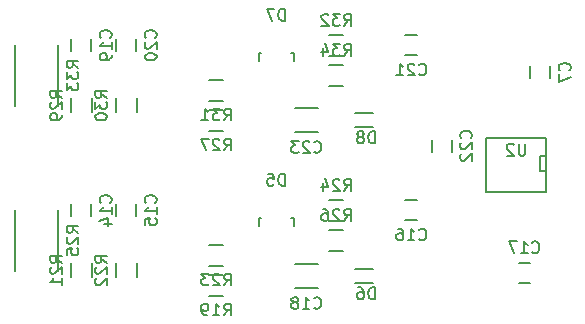
<source format=gbo>
G04 #@! TF.FileFunction,Legend,Bot*
%FSLAX46Y46*%
G04 Gerber Fmt 4.6, Leading zero omitted, Abs format (unit mm)*
G04 Created by KiCad (PCBNEW 4.0.7) date Sat Jan  5 20:39:28 2019*
%MOMM*%
%LPD*%
G01*
G04 APERTURE LIST*
%ADD10C,0.100000*%
%ADD11C,0.150000*%
G04 APERTURE END LIST*
D10*
D11*
X74947000Y-29029000D02*
X74947000Y-30029000D01*
X73247000Y-30029000D02*
X73247000Y-29029000D01*
X66600000Y-35250000D02*
X66600000Y-36250000D01*
X64900000Y-36250000D02*
X64900000Y-35250000D01*
X72250000Y-45650000D02*
X73250000Y-45650000D01*
X73250000Y-47350000D02*
X72250000Y-47350000D01*
X36085000Y-40713000D02*
X36085000Y-41713000D01*
X34385000Y-41713000D02*
X34385000Y-40713000D01*
X39895000Y-40713000D02*
X39895000Y-41713000D01*
X38195000Y-41713000D02*
X38195000Y-40713000D01*
X63675000Y-42063000D02*
X62675000Y-42063000D01*
X62675000Y-40363000D02*
X63675000Y-40363000D01*
X55285000Y-47826000D02*
X53285000Y-47826000D01*
X53285000Y-45776000D02*
X55285000Y-45776000D01*
X36085000Y-26743000D02*
X36085000Y-27743000D01*
X34385000Y-27743000D02*
X34385000Y-26743000D01*
X39895000Y-26743000D02*
X39895000Y-27743000D01*
X38195000Y-27743000D02*
X38195000Y-26743000D01*
X63675000Y-28093000D02*
X62675000Y-28093000D01*
X62675000Y-26393000D02*
X63675000Y-26393000D01*
X55285000Y-34618000D02*
X53285000Y-34618000D01*
X53285000Y-32568000D02*
X55285000Y-32568000D01*
X53244820Y-42533800D02*
X53244820Y-41832760D01*
X53244820Y-41832760D02*
X52995900Y-41832760D01*
X50445840Y-41832760D02*
X50245180Y-41832760D01*
X50245180Y-41832760D02*
X50245180Y-42533800D01*
X59965000Y-47401000D02*
X58365000Y-47401000D01*
X59965000Y-46201000D02*
X58365000Y-46201000D01*
X53244820Y-28563800D02*
X53244820Y-27862760D01*
X53244820Y-27862760D02*
X52995900Y-27862760D01*
X50445840Y-27862760D02*
X50245180Y-27862760D01*
X50245180Y-27862760D02*
X50245180Y-28563800D01*
X59965000Y-34193000D02*
X58365000Y-34193000D01*
X59965000Y-32993000D02*
X58365000Y-32993000D01*
X47265000Y-46688000D02*
X46065000Y-46688000D01*
X46065000Y-48438000D02*
X47265000Y-48438000D01*
X36110000Y-46893000D02*
X36110000Y-45693000D01*
X34360000Y-45693000D02*
X34360000Y-46893000D01*
X39920000Y-46893000D02*
X39920000Y-45693000D01*
X38170000Y-45693000D02*
X38170000Y-46893000D01*
X47265000Y-44148000D02*
X46065000Y-44148000D01*
X46065000Y-45898000D02*
X47265000Y-45898000D01*
X56225000Y-42088000D02*
X57425000Y-42088000D01*
X57425000Y-40338000D02*
X56225000Y-40338000D01*
X29600000Y-41153000D02*
X29600000Y-46353000D01*
X33250000Y-46353000D02*
X33250000Y-41153000D01*
X56225000Y-44628000D02*
X57425000Y-44628000D01*
X57425000Y-42878000D02*
X56225000Y-42878000D01*
X47265000Y-32718000D02*
X46065000Y-32718000D01*
X46065000Y-34468000D02*
X47265000Y-34468000D01*
X36110000Y-32923000D02*
X36110000Y-31723000D01*
X34360000Y-31723000D02*
X34360000Y-32923000D01*
X39920000Y-32923000D02*
X39920000Y-31723000D01*
X38170000Y-31723000D02*
X38170000Y-32923000D01*
X47265000Y-30178000D02*
X46065000Y-30178000D01*
X46065000Y-31928000D02*
X47265000Y-31928000D01*
X56225000Y-28118000D02*
X57425000Y-28118000D01*
X57425000Y-26368000D02*
X56225000Y-26368000D01*
X29600000Y-27183000D02*
X29600000Y-32383000D01*
X33250000Y-32383000D02*
X33250000Y-27183000D01*
X56225000Y-30658000D02*
X57425000Y-30658000D01*
X57425000Y-28908000D02*
X56225000Y-28908000D01*
X74605000Y-35117000D02*
X69525000Y-35117000D01*
X69525000Y-35117000D02*
X69525000Y-39689000D01*
X69525000Y-39689000D02*
X74605000Y-39689000D01*
X74605000Y-39689000D02*
X74605000Y-35117000D01*
X74605000Y-36641000D02*
X74097000Y-36641000D01*
X74097000Y-36641000D02*
X74097000Y-37911000D01*
X74097000Y-37911000D02*
X74605000Y-37911000D01*
X76554143Y-29362334D02*
X76601762Y-29314715D01*
X76649381Y-29171858D01*
X76649381Y-29076620D01*
X76601762Y-28933762D01*
X76506524Y-28838524D01*
X76411286Y-28790905D01*
X76220810Y-28743286D01*
X76077952Y-28743286D01*
X75887476Y-28790905D01*
X75792238Y-28838524D01*
X75697000Y-28933762D01*
X75649381Y-29076620D01*
X75649381Y-29171858D01*
X75697000Y-29314715D01*
X75744619Y-29362334D01*
X75649381Y-29695667D02*
X75649381Y-30362334D01*
X76649381Y-29933762D01*
X68207143Y-35107143D02*
X68254762Y-35059524D01*
X68302381Y-34916667D01*
X68302381Y-34821429D01*
X68254762Y-34678571D01*
X68159524Y-34583333D01*
X68064286Y-34535714D01*
X67873810Y-34488095D01*
X67730952Y-34488095D01*
X67540476Y-34535714D01*
X67445238Y-34583333D01*
X67350000Y-34678571D01*
X67302381Y-34821429D01*
X67302381Y-34916667D01*
X67350000Y-35059524D01*
X67397619Y-35107143D01*
X67397619Y-35488095D02*
X67350000Y-35535714D01*
X67302381Y-35630952D01*
X67302381Y-35869048D01*
X67350000Y-35964286D01*
X67397619Y-36011905D01*
X67492857Y-36059524D01*
X67588095Y-36059524D01*
X67730952Y-36011905D01*
X68302381Y-35440476D01*
X68302381Y-36059524D01*
X67397619Y-36440476D02*
X67350000Y-36488095D01*
X67302381Y-36583333D01*
X67302381Y-36821429D01*
X67350000Y-36916667D01*
X67397619Y-36964286D01*
X67492857Y-37011905D01*
X67588095Y-37011905D01*
X67730952Y-36964286D01*
X68302381Y-36392857D01*
X68302381Y-37011905D01*
X73392857Y-44757143D02*
X73440476Y-44804762D01*
X73583333Y-44852381D01*
X73678571Y-44852381D01*
X73821429Y-44804762D01*
X73916667Y-44709524D01*
X73964286Y-44614286D01*
X74011905Y-44423810D01*
X74011905Y-44280952D01*
X73964286Y-44090476D01*
X73916667Y-43995238D01*
X73821429Y-43900000D01*
X73678571Y-43852381D01*
X73583333Y-43852381D01*
X73440476Y-43900000D01*
X73392857Y-43947619D01*
X72440476Y-44852381D02*
X73011905Y-44852381D01*
X72726191Y-44852381D02*
X72726191Y-43852381D01*
X72821429Y-43995238D01*
X72916667Y-44090476D01*
X73011905Y-44138095D01*
X72107143Y-43852381D02*
X71440476Y-43852381D01*
X71869048Y-44852381D01*
X37692143Y-40570143D02*
X37739762Y-40522524D01*
X37787381Y-40379667D01*
X37787381Y-40284429D01*
X37739762Y-40141571D01*
X37644524Y-40046333D01*
X37549286Y-39998714D01*
X37358810Y-39951095D01*
X37215952Y-39951095D01*
X37025476Y-39998714D01*
X36930238Y-40046333D01*
X36835000Y-40141571D01*
X36787381Y-40284429D01*
X36787381Y-40379667D01*
X36835000Y-40522524D01*
X36882619Y-40570143D01*
X37787381Y-41522524D02*
X37787381Y-40951095D01*
X37787381Y-41236809D02*
X36787381Y-41236809D01*
X36930238Y-41141571D01*
X37025476Y-41046333D01*
X37073095Y-40951095D01*
X37120714Y-42379667D02*
X37787381Y-42379667D01*
X36739762Y-42141571D02*
X37454048Y-41903476D01*
X37454048Y-42522524D01*
X41502143Y-40570143D02*
X41549762Y-40522524D01*
X41597381Y-40379667D01*
X41597381Y-40284429D01*
X41549762Y-40141571D01*
X41454524Y-40046333D01*
X41359286Y-39998714D01*
X41168810Y-39951095D01*
X41025952Y-39951095D01*
X40835476Y-39998714D01*
X40740238Y-40046333D01*
X40645000Y-40141571D01*
X40597381Y-40284429D01*
X40597381Y-40379667D01*
X40645000Y-40522524D01*
X40692619Y-40570143D01*
X41597381Y-41522524D02*
X41597381Y-40951095D01*
X41597381Y-41236809D02*
X40597381Y-41236809D01*
X40740238Y-41141571D01*
X40835476Y-41046333D01*
X40883095Y-40951095D01*
X40597381Y-42427286D02*
X40597381Y-41951095D01*
X41073571Y-41903476D01*
X41025952Y-41951095D01*
X40978333Y-42046333D01*
X40978333Y-42284429D01*
X41025952Y-42379667D01*
X41073571Y-42427286D01*
X41168810Y-42474905D01*
X41406905Y-42474905D01*
X41502143Y-42427286D01*
X41549762Y-42379667D01*
X41597381Y-42284429D01*
X41597381Y-42046333D01*
X41549762Y-41951095D01*
X41502143Y-41903476D01*
X63817857Y-43670143D02*
X63865476Y-43717762D01*
X64008333Y-43765381D01*
X64103571Y-43765381D01*
X64246429Y-43717762D01*
X64341667Y-43622524D01*
X64389286Y-43527286D01*
X64436905Y-43336810D01*
X64436905Y-43193952D01*
X64389286Y-43003476D01*
X64341667Y-42908238D01*
X64246429Y-42813000D01*
X64103571Y-42765381D01*
X64008333Y-42765381D01*
X63865476Y-42813000D01*
X63817857Y-42860619D01*
X62865476Y-43765381D02*
X63436905Y-43765381D01*
X63151191Y-43765381D02*
X63151191Y-42765381D01*
X63246429Y-42908238D01*
X63341667Y-43003476D01*
X63436905Y-43051095D01*
X62008333Y-42765381D02*
X62198810Y-42765381D01*
X62294048Y-42813000D01*
X62341667Y-42860619D01*
X62436905Y-43003476D01*
X62484524Y-43193952D01*
X62484524Y-43574905D01*
X62436905Y-43670143D01*
X62389286Y-43717762D01*
X62294048Y-43765381D01*
X62103571Y-43765381D01*
X62008333Y-43717762D01*
X61960714Y-43670143D01*
X61913095Y-43574905D01*
X61913095Y-43336810D01*
X61960714Y-43241571D01*
X62008333Y-43193952D01*
X62103571Y-43146333D01*
X62294048Y-43146333D01*
X62389286Y-43193952D01*
X62436905Y-43241571D01*
X62484524Y-43336810D01*
X54927857Y-49458143D02*
X54975476Y-49505762D01*
X55118333Y-49553381D01*
X55213571Y-49553381D01*
X55356429Y-49505762D01*
X55451667Y-49410524D01*
X55499286Y-49315286D01*
X55546905Y-49124810D01*
X55546905Y-48981952D01*
X55499286Y-48791476D01*
X55451667Y-48696238D01*
X55356429Y-48601000D01*
X55213571Y-48553381D01*
X55118333Y-48553381D01*
X54975476Y-48601000D01*
X54927857Y-48648619D01*
X53975476Y-49553381D02*
X54546905Y-49553381D01*
X54261191Y-49553381D02*
X54261191Y-48553381D01*
X54356429Y-48696238D01*
X54451667Y-48791476D01*
X54546905Y-48839095D01*
X53404048Y-48981952D02*
X53499286Y-48934333D01*
X53546905Y-48886714D01*
X53594524Y-48791476D01*
X53594524Y-48743857D01*
X53546905Y-48648619D01*
X53499286Y-48601000D01*
X53404048Y-48553381D01*
X53213571Y-48553381D01*
X53118333Y-48601000D01*
X53070714Y-48648619D01*
X53023095Y-48743857D01*
X53023095Y-48791476D01*
X53070714Y-48886714D01*
X53118333Y-48934333D01*
X53213571Y-48981952D01*
X53404048Y-48981952D01*
X53499286Y-49029571D01*
X53546905Y-49077190D01*
X53594524Y-49172429D01*
X53594524Y-49362905D01*
X53546905Y-49458143D01*
X53499286Y-49505762D01*
X53404048Y-49553381D01*
X53213571Y-49553381D01*
X53118333Y-49505762D01*
X53070714Y-49458143D01*
X53023095Y-49362905D01*
X53023095Y-49172429D01*
X53070714Y-49077190D01*
X53118333Y-49029571D01*
X53213571Y-48981952D01*
X37692143Y-26600143D02*
X37739762Y-26552524D01*
X37787381Y-26409667D01*
X37787381Y-26314429D01*
X37739762Y-26171571D01*
X37644524Y-26076333D01*
X37549286Y-26028714D01*
X37358810Y-25981095D01*
X37215952Y-25981095D01*
X37025476Y-26028714D01*
X36930238Y-26076333D01*
X36835000Y-26171571D01*
X36787381Y-26314429D01*
X36787381Y-26409667D01*
X36835000Y-26552524D01*
X36882619Y-26600143D01*
X37787381Y-27552524D02*
X37787381Y-26981095D01*
X37787381Y-27266809D02*
X36787381Y-27266809D01*
X36930238Y-27171571D01*
X37025476Y-27076333D01*
X37073095Y-26981095D01*
X37787381Y-28028714D02*
X37787381Y-28219190D01*
X37739762Y-28314429D01*
X37692143Y-28362048D01*
X37549286Y-28457286D01*
X37358810Y-28504905D01*
X36977857Y-28504905D01*
X36882619Y-28457286D01*
X36835000Y-28409667D01*
X36787381Y-28314429D01*
X36787381Y-28123952D01*
X36835000Y-28028714D01*
X36882619Y-27981095D01*
X36977857Y-27933476D01*
X37215952Y-27933476D01*
X37311190Y-27981095D01*
X37358810Y-28028714D01*
X37406429Y-28123952D01*
X37406429Y-28314429D01*
X37358810Y-28409667D01*
X37311190Y-28457286D01*
X37215952Y-28504905D01*
X41502143Y-26600143D02*
X41549762Y-26552524D01*
X41597381Y-26409667D01*
X41597381Y-26314429D01*
X41549762Y-26171571D01*
X41454524Y-26076333D01*
X41359286Y-26028714D01*
X41168810Y-25981095D01*
X41025952Y-25981095D01*
X40835476Y-26028714D01*
X40740238Y-26076333D01*
X40645000Y-26171571D01*
X40597381Y-26314429D01*
X40597381Y-26409667D01*
X40645000Y-26552524D01*
X40692619Y-26600143D01*
X40692619Y-26981095D02*
X40645000Y-27028714D01*
X40597381Y-27123952D01*
X40597381Y-27362048D01*
X40645000Y-27457286D01*
X40692619Y-27504905D01*
X40787857Y-27552524D01*
X40883095Y-27552524D01*
X41025952Y-27504905D01*
X41597381Y-26933476D01*
X41597381Y-27552524D01*
X40597381Y-28171571D02*
X40597381Y-28266810D01*
X40645000Y-28362048D01*
X40692619Y-28409667D01*
X40787857Y-28457286D01*
X40978333Y-28504905D01*
X41216429Y-28504905D01*
X41406905Y-28457286D01*
X41502143Y-28409667D01*
X41549762Y-28362048D01*
X41597381Y-28266810D01*
X41597381Y-28171571D01*
X41549762Y-28076333D01*
X41502143Y-28028714D01*
X41406905Y-27981095D01*
X41216429Y-27933476D01*
X40978333Y-27933476D01*
X40787857Y-27981095D01*
X40692619Y-28028714D01*
X40645000Y-28076333D01*
X40597381Y-28171571D01*
X63817857Y-29700143D02*
X63865476Y-29747762D01*
X64008333Y-29795381D01*
X64103571Y-29795381D01*
X64246429Y-29747762D01*
X64341667Y-29652524D01*
X64389286Y-29557286D01*
X64436905Y-29366810D01*
X64436905Y-29223952D01*
X64389286Y-29033476D01*
X64341667Y-28938238D01*
X64246429Y-28843000D01*
X64103571Y-28795381D01*
X64008333Y-28795381D01*
X63865476Y-28843000D01*
X63817857Y-28890619D01*
X63436905Y-28890619D02*
X63389286Y-28843000D01*
X63294048Y-28795381D01*
X63055952Y-28795381D01*
X62960714Y-28843000D01*
X62913095Y-28890619D01*
X62865476Y-28985857D01*
X62865476Y-29081095D01*
X62913095Y-29223952D01*
X63484524Y-29795381D01*
X62865476Y-29795381D01*
X61913095Y-29795381D02*
X62484524Y-29795381D01*
X62198810Y-29795381D02*
X62198810Y-28795381D01*
X62294048Y-28938238D01*
X62389286Y-29033476D01*
X62484524Y-29081095D01*
X54927857Y-36250143D02*
X54975476Y-36297762D01*
X55118333Y-36345381D01*
X55213571Y-36345381D01*
X55356429Y-36297762D01*
X55451667Y-36202524D01*
X55499286Y-36107286D01*
X55546905Y-35916810D01*
X55546905Y-35773952D01*
X55499286Y-35583476D01*
X55451667Y-35488238D01*
X55356429Y-35393000D01*
X55213571Y-35345381D01*
X55118333Y-35345381D01*
X54975476Y-35393000D01*
X54927857Y-35440619D01*
X54546905Y-35440619D02*
X54499286Y-35393000D01*
X54404048Y-35345381D01*
X54165952Y-35345381D01*
X54070714Y-35393000D01*
X54023095Y-35440619D01*
X53975476Y-35535857D01*
X53975476Y-35631095D01*
X54023095Y-35773952D01*
X54594524Y-36345381D01*
X53975476Y-36345381D01*
X53642143Y-35345381D02*
X53023095Y-35345381D01*
X53356429Y-35726333D01*
X53213571Y-35726333D01*
X53118333Y-35773952D01*
X53070714Y-35821571D01*
X53023095Y-35916810D01*
X53023095Y-36154905D01*
X53070714Y-36250143D01*
X53118333Y-36297762D01*
X53213571Y-36345381D01*
X53499286Y-36345381D01*
X53594524Y-36297762D01*
X53642143Y-36250143D01*
X52483095Y-39125381D02*
X52483095Y-38125381D01*
X52245000Y-38125381D01*
X52102142Y-38173000D01*
X52006904Y-38268238D01*
X51959285Y-38363476D01*
X51911666Y-38553952D01*
X51911666Y-38696810D01*
X51959285Y-38887286D01*
X52006904Y-38982524D01*
X52102142Y-39077762D01*
X52245000Y-39125381D01*
X52483095Y-39125381D01*
X51006904Y-38125381D02*
X51483095Y-38125381D01*
X51530714Y-38601571D01*
X51483095Y-38553952D01*
X51387857Y-38506333D01*
X51149761Y-38506333D01*
X51054523Y-38553952D01*
X51006904Y-38601571D01*
X50959285Y-38696810D01*
X50959285Y-38934905D01*
X51006904Y-39030143D01*
X51054523Y-39077762D01*
X51149761Y-39125381D01*
X51387857Y-39125381D01*
X51483095Y-39077762D01*
X51530714Y-39030143D01*
X60103095Y-48753381D02*
X60103095Y-47753381D01*
X59865000Y-47753381D01*
X59722142Y-47801000D01*
X59626904Y-47896238D01*
X59579285Y-47991476D01*
X59531666Y-48181952D01*
X59531666Y-48324810D01*
X59579285Y-48515286D01*
X59626904Y-48610524D01*
X59722142Y-48705762D01*
X59865000Y-48753381D01*
X60103095Y-48753381D01*
X58674523Y-47753381D02*
X58865000Y-47753381D01*
X58960238Y-47801000D01*
X59007857Y-47848619D01*
X59103095Y-47991476D01*
X59150714Y-48181952D01*
X59150714Y-48562905D01*
X59103095Y-48658143D01*
X59055476Y-48705762D01*
X58960238Y-48753381D01*
X58769761Y-48753381D01*
X58674523Y-48705762D01*
X58626904Y-48658143D01*
X58579285Y-48562905D01*
X58579285Y-48324810D01*
X58626904Y-48229571D01*
X58674523Y-48181952D01*
X58769761Y-48134333D01*
X58960238Y-48134333D01*
X59055476Y-48181952D01*
X59103095Y-48229571D01*
X59150714Y-48324810D01*
X52483095Y-25155381D02*
X52483095Y-24155381D01*
X52245000Y-24155381D01*
X52102142Y-24203000D01*
X52006904Y-24298238D01*
X51959285Y-24393476D01*
X51911666Y-24583952D01*
X51911666Y-24726810D01*
X51959285Y-24917286D01*
X52006904Y-25012524D01*
X52102142Y-25107762D01*
X52245000Y-25155381D01*
X52483095Y-25155381D01*
X51578333Y-24155381D02*
X50911666Y-24155381D01*
X51340238Y-25155381D01*
X60103095Y-35545381D02*
X60103095Y-34545381D01*
X59865000Y-34545381D01*
X59722142Y-34593000D01*
X59626904Y-34688238D01*
X59579285Y-34783476D01*
X59531666Y-34973952D01*
X59531666Y-35116810D01*
X59579285Y-35307286D01*
X59626904Y-35402524D01*
X59722142Y-35497762D01*
X59865000Y-35545381D01*
X60103095Y-35545381D01*
X58960238Y-34973952D02*
X59055476Y-34926333D01*
X59103095Y-34878714D01*
X59150714Y-34783476D01*
X59150714Y-34735857D01*
X59103095Y-34640619D01*
X59055476Y-34593000D01*
X58960238Y-34545381D01*
X58769761Y-34545381D01*
X58674523Y-34593000D01*
X58626904Y-34640619D01*
X58579285Y-34735857D01*
X58579285Y-34783476D01*
X58626904Y-34878714D01*
X58674523Y-34926333D01*
X58769761Y-34973952D01*
X58960238Y-34973952D01*
X59055476Y-35021571D01*
X59103095Y-35069190D01*
X59150714Y-35164429D01*
X59150714Y-35354905D01*
X59103095Y-35450143D01*
X59055476Y-35497762D01*
X58960238Y-35545381D01*
X58769761Y-35545381D01*
X58674523Y-35497762D01*
X58626904Y-35450143D01*
X58579285Y-35354905D01*
X58579285Y-35164429D01*
X58626904Y-35069190D01*
X58674523Y-35021571D01*
X58769761Y-34973952D01*
X47307857Y-50115381D02*
X47641191Y-49639190D01*
X47879286Y-50115381D02*
X47879286Y-49115381D01*
X47498333Y-49115381D01*
X47403095Y-49163000D01*
X47355476Y-49210619D01*
X47307857Y-49305857D01*
X47307857Y-49448714D01*
X47355476Y-49543952D01*
X47403095Y-49591571D01*
X47498333Y-49639190D01*
X47879286Y-49639190D01*
X46355476Y-50115381D02*
X46926905Y-50115381D01*
X46641191Y-50115381D02*
X46641191Y-49115381D01*
X46736429Y-49258238D01*
X46831667Y-49353476D01*
X46926905Y-49401095D01*
X45879286Y-50115381D02*
X45688810Y-50115381D01*
X45593571Y-50067762D01*
X45545952Y-50020143D01*
X45450714Y-49877286D01*
X45403095Y-49686810D01*
X45403095Y-49305857D01*
X45450714Y-49210619D01*
X45498333Y-49163000D01*
X45593571Y-49115381D01*
X45784048Y-49115381D01*
X45879286Y-49163000D01*
X45926905Y-49210619D01*
X45974524Y-49305857D01*
X45974524Y-49543952D01*
X45926905Y-49639190D01*
X45879286Y-49686810D01*
X45784048Y-49734429D01*
X45593571Y-49734429D01*
X45498333Y-49686810D01*
X45450714Y-49639190D01*
X45403095Y-49543952D01*
X33587381Y-45650143D02*
X33111190Y-45316809D01*
X33587381Y-45078714D02*
X32587381Y-45078714D01*
X32587381Y-45459667D01*
X32635000Y-45554905D01*
X32682619Y-45602524D01*
X32777857Y-45650143D01*
X32920714Y-45650143D01*
X33015952Y-45602524D01*
X33063571Y-45554905D01*
X33111190Y-45459667D01*
X33111190Y-45078714D01*
X32682619Y-46031095D02*
X32635000Y-46078714D01*
X32587381Y-46173952D01*
X32587381Y-46412048D01*
X32635000Y-46507286D01*
X32682619Y-46554905D01*
X32777857Y-46602524D01*
X32873095Y-46602524D01*
X33015952Y-46554905D01*
X33587381Y-45983476D01*
X33587381Y-46602524D01*
X33587381Y-47554905D02*
X33587381Y-46983476D01*
X33587381Y-47269190D02*
X32587381Y-47269190D01*
X32730238Y-47173952D01*
X32825476Y-47078714D01*
X32873095Y-46983476D01*
X37397381Y-45650143D02*
X36921190Y-45316809D01*
X37397381Y-45078714D02*
X36397381Y-45078714D01*
X36397381Y-45459667D01*
X36445000Y-45554905D01*
X36492619Y-45602524D01*
X36587857Y-45650143D01*
X36730714Y-45650143D01*
X36825952Y-45602524D01*
X36873571Y-45554905D01*
X36921190Y-45459667D01*
X36921190Y-45078714D01*
X36492619Y-46031095D02*
X36445000Y-46078714D01*
X36397381Y-46173952D01*
X36397381Y-46412048D01*
X36445000Y-46507286D01*
X36492619Y-46554905D01*
X36587857Y-46602524D01*
X36683095Y-46602524D01*
X36825952Y-46554905D01*
X37397381Y-45983476D01*
X37397381Y-46602524D01*
X36492619Y-46983476D02*
X36445000Y-47031095D01*
X36397381Y-47126333D01*
X36397381Y-47364429D01*
X36445000Y-47459667D01*
X36492619Y-47507286D01*
X36587857Y-47554905D01*
X36683095Y-47554905D01*
X36825952Y-47507286D01*
X37397381Y-46935857D01*
X37397381Y-47554905D01*
X47307857Y-47575381D02*
X47641191Y-47099190D01*
X47879286Y-47575381D02*
X47879286Y-46575381D01*
X47498333Y-46575381D01*
X47403095Y-46623000D01*
X47355476Y-46670619D01*
X47307857Y-46765857D01*
X47307857Y-46908714D01*
X47355476Y-47003952D01*
X47403095Y-47051571D01*
X47498333Y-47099190D01*
X47879286Y-47099190D01*
X46926905Y-46670619D02*
X46879286Y-46623000D01*
X46784048Y-46575381D01*
X46545952Y-46575381D01*
X46450714Y-46623000D01*
X46403095Y-46670619D01*
X46355476Y-46765857D01*
X46355476Y-46861095D01*
X46403095Y-47003952D01*
X46974524Y-47575381D01*
X46355476Y-47575381D01*
X46022143Y-46575381D02*
X45403095Y-46575381D01*
X45736429Y-46956333D01*
X45593571Y-46956333D01*
X45498333Y-47003952D01*
X45450714Y-47051571D01*
X45403095Y-47146810D01*
X45403095Y-47384905D01*
X45450714Y-47480143D01*
X45498333Y-47527762D01*
X45593571Y-47575381D01*
X45879286Y-47575381D01*
X45974524Y-47527762D01*
X46022143Y-47480143D01*
X57467857Y-39565381D02*
X57801191Y-39089190D01*
X58039286Y-39565381D02*
X58039286Y-38565381D01*
X57658333Y-38565381D01*
X57563095Y-38613000D01*
X57515476Y-38660619D01*
X57467857Y-38755857D01*
X57467857Y-38898714D01*
X57515476Y-38993952D01*
X57563095Y-39041571D01*
X57658333Y-39089190D01*
X58039286Y-39089190D01*
X57086905Y-38660619D02*
X57039286Y-38613000D01*
X56944048Y-38565381D01*
X56705952Y-38565381D01*
X56610714Y-38613000D01*
X56563095Y-38660619D01*
X56515476Y-38755857D01*
X56515476Y-38851095D01*
X56563095Y-38993952D01*
X57134524Y-39565381D01*
X56515476Y-39565381D01*
X55658333Y-38898714D02*
X55658333Y-39565381D01*
X55896429Y-38517762D02*
X56134524Y-39232048D01*
X55515476Y-39232048D01*
X34977381Y-43110143D02*
X34501190Y-42776809D01*
X34977381Y-42538714D02*
X33977381Y-42538714D01*
X33977381Y-42919667D01*
X34025000Y-43014905D01*
X34072619Y-43062524D01*
X34167857Y-43110143D01*
X34310714Y-43110143D01*
X34405952Y-43062524D01*
X34453571Y-43014905D01*
X34501190Y-42919667D01*
X34501190Y-42538714D01*
X34072619Y-43491095D02*
X34025000Y-43538714D01*
X33977381Y-43633952D01*
X33977381Y-43872048D01*
X34025000Y-43967286D01*
X34072619Y-44014905D01*
X34167857Y-44062524D01*
X34263095Y-44062524D01*
X34405952Y-44014905D01*
X34977381Y-43443476D01*
X34977381Y-44062524D01*
X33977381Y-44967286D02*
X33977381Y-44491095D01*
X34453571Y-44443476D01*
X34405952Y-44491095D01*
X34358333Y-44586333D01*
X34358333Y-44824429D01*
X34405952Y-44919667D01*
X34453571Y-44967286D01*
X34548810Y-45014905D01*
X34786905Y-45014905D01*
X34882143Y-44967286D01*
X34929762Y-44919667D01*
X34977381Y-44824429D01*
X34977381Y-44586333D01*
X34929762Y-44491095D01*
X34882143Y-44443476D01*
X57467857Y-42105381D02*
X57801191Y-41629190D01*
X58039286Y-42105381D02*
X58039286Y-41105381D01*
X57658333Y-41105381D01*
X57563095Y-41153000D01*
X57515476Y-41200619D01*
X57467857Y-41295857D01*
X57467857Y-41438714D01*
X57515476Y-41533952D01*
X57563095Y-41581571D01*
X57658333Y-41629190D01*
X58039286Y-41629190D01*
X57086905Y-41200619D02*
X57039286Y-41153000D01*
X56944048Y-41105381D01*
X56705952Y-41105381D01*
X56610714Y-41153000D01*
X56563095Y-41200619D01*
X56515476Y-41295857D01*
X56515476Y-41391095D01*
X56563095Y-41533952D01*
X57134524Y-42105381D01*
X56515476Y-42105381D01*
X55658333Y-41105381D02*
X55848810Y-41105381D01*
X55944048Y-41153000D01*
X55991667Y-41200619D01*
X56086905Y-41343476D01*
X56134524Y-41533952D01*
X56134524Y-41914905D01*
X56086905Y-42010143D01*
X56039286Y-42057762D01*
X55944048Y-42105381D01*
X55753571Y-42105381D01*
X55658333Y-42057762D01*
X55610714Y-42010143D01*
X55563095Y-41914905D01*
X55563095Y-41676810D01*
X55610714Y-41581571D01*
X55658333Y-41533952D01*
X55753571Y-41486333D01*
X55944048Y-41486333D01*
X56039286Y-41533952D01*
X56086905Y-41581571D01*
X56134524Y-41676810D01*
X47307857Y-36145381D02*
X47641191Y-35669190D01*
X47879286Y-36145381D02*
X47879286Y-35145381D01*
X47498333Y-35145381D01*
X47403095Y-35193000D01*
X47355476Y-35240619D01*
X47307857Y-35335857D01*
X47307857Y-35478714D01*
X47355476Y-35573952D01*
X47403095Y-35621571D01*
X47498333Y-35669190D01*
X47879286Y-35669190D01*
X46926905Y-35240619D02*
X46879286Y-35193000D01*
X46784048Y-35145381D01*
X46545952Y-35145381D01*
X46450714Y-35193000D01*
X46403095Y-35240619D01*
X46355476Y-35335857D01*
X46355476Y-35431095D01*
X46403095Y-35573952D01*
X46974524Y-36145381D01*
X46355476Y-36145381D01*
X46022143Y-35145381D02*
X45355476Y-35145381D01*
X45784048Y-36145381D01*
X33587381Y-31680143D02*
X33111190Y-31346809D01*
X33587381Y-31108714D02*
X32587381Y-31108714D01*
X32587381Y-31489667D01*
X32635000Y-31584905D01*
X32682619Y-31632524D01*
X32777857Y-31680143D01*
X32920714Y-31680143D01*
X33015952Y-31632524D01*
X33063571Y-31584905D01*
X33111190Y-31489667D01*
X33111190Y-31108714D01*
X32682619Y-32061095D02*
X32635000Y-32108714D01*
X32587381Y-32203952D01*
X32587381Y-32442048D01*
X32635000Y-32537286D01*
X32682619Y-32584905D01*
X32777857Y-32632524D01*
X32873095Y-32632524D01*
X33015952Y-32584905D01*
X33587381Y-32013476D01*
X33587381Y-32632524D01*
X33587381Y-33108714D02*
X33587381Y-33299190D01*
X33539762Y-33394429D01*
X33492143Y-33442048D01*
X33349286Y-33537286D01*
X33158810Y-33584905D01*
X32777857Y-33584905D01*
X32682619Y-33537286D01*
X32635000Y-33489667D01*
X32587381Y-33394429D01*
X32587381Y-33203952D01*
X32635000Y-33108714D01*
X32682619Y-33061095D01*
X32777857Y-33013476D01*
X33015952Y-33013476D01*
X33111190Y-33061095D01*
X33158810Y-33108714D01*
X33206429Y-33203952D01*
X33206429Y-33394429D01*
X33158810Y-33489667D01*
X33111190Y-33537286D01*
X33015952Y-33584905D01*
X37397381Y-31680143D02*
X36921190Y-31346809D01*
X37397381Y-31108714D02*
X36397381Y-31108714D01*
X36397381Y-31489667D01*
X36445000Y-31584905D01*
X36492619Y-31632524D01*
X36587857Y-31680143D01*
X36730714Y-31680143D01*
X36825952Y-31632524D01*
X36873571Y-31584905D01*
X36921190Y-31489667D01*
X36921190Y-31108714D01*
X36397381Y-32013476D02*
X36397381Y-32632524D01*
X36778333Y-32299190D01*
X36778333Y-32442048D01*
X36825952Y-32537286D01*
X36873571Y-32584905D01*
X36968810Y-32632524D01*
X37206905Y-32632524D01*
X37302143Y-32584905D01*
X37349762Y-32537286D01*
X37397381Y-32442048D01*
X37397381Y-32156333D01*
X37349762Y-32061095D01*
X37302143Y-32013476D01*
X36397381Y-33251571D02*
X36397381Y-33346810D01*
X36445000Y-33442048D01*
X36492619Y-33489667D01*
X36587857Y-33537286D01*
X36778333Y-33584905D01*
X37016429Y-33584905D01*
X37206905Y-33537286D01*
X37302143Y-33489667D01*
X37349762Y-33442048D01*
X37397381Y-33346810D01*
X37397381Y-33251571D01*
X37349762Y-33156333D01*
X37302143Y-33108714D01*
X37206905Y-33061095D01*
X37016429Y-33013476D01*
X36778333Y-33013476D01*
X36587857Y-33061095D01*
X36492619Y-33108714D01*
X36445000Y-33156333D01*
X36397381Y-33251571D01*
X47307857Y-33605381D02*
X47641191Y-33129190D01*
X47879286Y-33605381D02*
X47879286Y-32605381D01*
X47498333Y-32605381D01*
X47403095Y-32653000D01*
X47355476Y-32700619D01*
X47307857Y-32795857D01*
X47307857Y-32938714D01*
X47355476Y-33033952D01*
X47403095Y-33081571D01*
X47498333Y-33129190D01*
X47879286Y-33129190D01*
X46974524Y-32605381D02*
X46355476Y-32605381D01*
X46688810Y-32986333D01*
X46545952Y-32986333D01*
X46450714Y-33033952D01*
X46403095Y-33081571D01*
X46355476Y-33176810D01*
X46355476Y-33414905D01*
X46403095Y-33510143D01*
X46450714Y-33557762D01*
X46545952Y-33605381D01*
X46831667Y-33605381D01*
X46926905Y-33557762D01*
X46974524Y-33510143D01*
X45403095Y-33605381D02*
X45974524Y-33605381D01*
X45688810Y-33605381D02*
X45688810Y-32605381D01*
X45784048Y-32748238D01*
X45879286Y-32843476D01*
X45974524Y-32891095D01*
X57467857Y-25595381D02*
X57801191Y-25119190D01*
X58039286Y-25595381D02*
X58039286Y-24595381D01*
X57658333Y-24595381D01*
X57563095Y-24643000D01*
X57515476Y-24690619D01*
X57467857Y-24785857D01*
X57467857Y-24928714D01*
X57515476Y-25023952D01*
X57563095Y-25071571D01*
X57658333Y-25119190D01*
X58039286Y-25119190D01*
X57134524Y-24595381D02*
X56515476Y-24595381D01*
X56848810Y-24976333D01*
X56705952Y-24976333D01*
X56610714Y-25023952D01*
X56563095Y-25071571D01*
X56515476Y-25166810D01*
X56515476Y-25404905D01*
X56563095Y-25500143D01*
X56610714Y-25547762D01*
X56705952Y-25595381D01*
X56991667Y-25595381D01*
X57086905Y-25547762D01*
X57134524Y-25500143D01*
X56134524Y-24690619D02*
X56086905Y-24643000D01*
X55991667Y-24595381D01*
X55753571Y-24595381D01*
X55658333Y-24643000D01*
X55610714Y-24690619D01*
X55563095Y-24785857D01*
X55563095Y-24881095D01*
X55610714Y-25023952D01*
X56182143Y-25595381D01*
X55563095Y-25595381D01*
X34977381Y-29140143D02*
X34501190Y-28806809D01*
X34977381Y-28568714D02*
X33977381Y-28568714D01*
X33977381Y-28949667D01*
X34025000Y-29044905D01*
X34072619Y-29092524D01*
X34167857Y-29140143D01*
X34310714Y-29140143D01*
X34405952Y-29092524D01*
X34453571Y-29044905D01*
X34501190Y-28949667D01*
X34501190Y-28568714D01*
X33977381Y-29473476D02*
X33977381Y-30092524D01*
X34358333Y-29759190D01*
X34358333Y-29902048D01*
X34405952Y-29997286D01*
X34453571Y-30044905D01*
X34548810Y-30092524D01*
X34786905Y-30092524D01*
X34882143Y-30044905D01*
X34929762Y-29997286D01*
X34977381Y-29902048D01*
X34977381Y-29616333D01*
X34929762Y-29521095D01*
X34882143Y-29473476D01*
X33977381Y-30425857D02*
X33977381Y-31044905D01*
X34358333Y-30711571D01*
X34358333Y-30854429D01*
X34405952Y-30949667D01*
X34453571Y-30997286D01*
X34548810Y-31044905D01*
X34786905Y-31044905D01*
X34882143Y-30997286D01*
X34929762Y-30949667D01*
X34977381Y-30854429D01*
X34977381Y-30568714D01*
X34929762Y-30473476D01*
X34882143Y-30425857D01*
X57467857Y-28135381D02*
X57801191Y-27659190D01*
X58039286Y-28135381D02*
X58039286Y-27135381D01*
X57658333Y-27135381D01*
X57563095Y-27183000D01*
X57515476Y-27230619D01*
X57467857Y-27325857D01*
X57467857Y-27468714D01*
X57515476Y-27563952D01*
X57563095Y-27611571D01*
X57658333Y-27659190D01*
X58039286Y-27659190D01*
X57134524Y-27135381D02*
X56515476Y-27135381D01*
X56848810Y-27516333D01*
X56705952Y-27516333D01*
X56610714Y-27563952D01*
X56563095Y-27611571D01*
X56515476Y-27706810D01*
X56515476Y-27944905D01*
X56563095Y-28040143D01*
X56610714Y-28087762D01*
X56705952Y-28135381D01*
X56991667Y-28135381D01*
X57086905Y-28087762D01*
X57134524Y-28040143D01*
X55658333Y-27468714D02*
X55658333Y-28135381D01*
X55896429Y-27087762D02*
X56134524Y-27802048D01*
X55515476Y-27802048D01*
X72826905Y-35585381D02*
X72826905Y-36394905D01*
X72779286Y-36490143D01*
X72731667Y-36537762D01*
X72636429Y-36585381D01*
X72445952Y-36585381D01*
X72350714Y-36537762D01*
X72303095Y-36490143D01*
X72255476Y-36394905D01*
X72255476Y-35585381D01*
X71826905Y-35680619D02*
X71779286Y-35633000D01*
X71684048Y-35585381D01*
X71445952Y-35585381D01*
X71350714Y-35633000D01*
X71303095Y-35680619D01*
X71255476Y-35775857D01*
X71255476Y-35871095D01*
X71303095Y-36013952D01*
X71874524Y-36585381D01*
X71255476Y-36585381D01*
M02*

</source>
